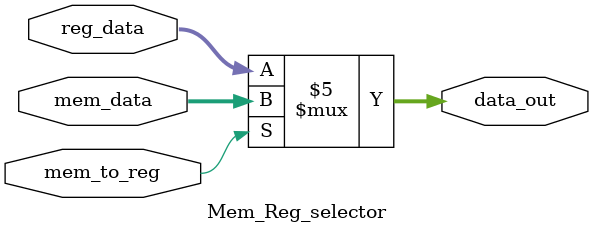
<source format=v>
`timescale 1ns / 1ps


module Mem_Reg_selector(
    input[31:0] mem_data,
    input[31:0] reg_data,
    input mem_to_reg,
    output reg[31:0] data_out
    );
    
    initial begin
        data_out = 0;
    end
    
    always @(mem_data, reg_data, mem_to_reg) begin
        if(mem_to_reg == 0) begin
            data_out = reg_data;
        end
        else begin
            data_out = mem_data;
        end
    end
    
endmodule

</source>
